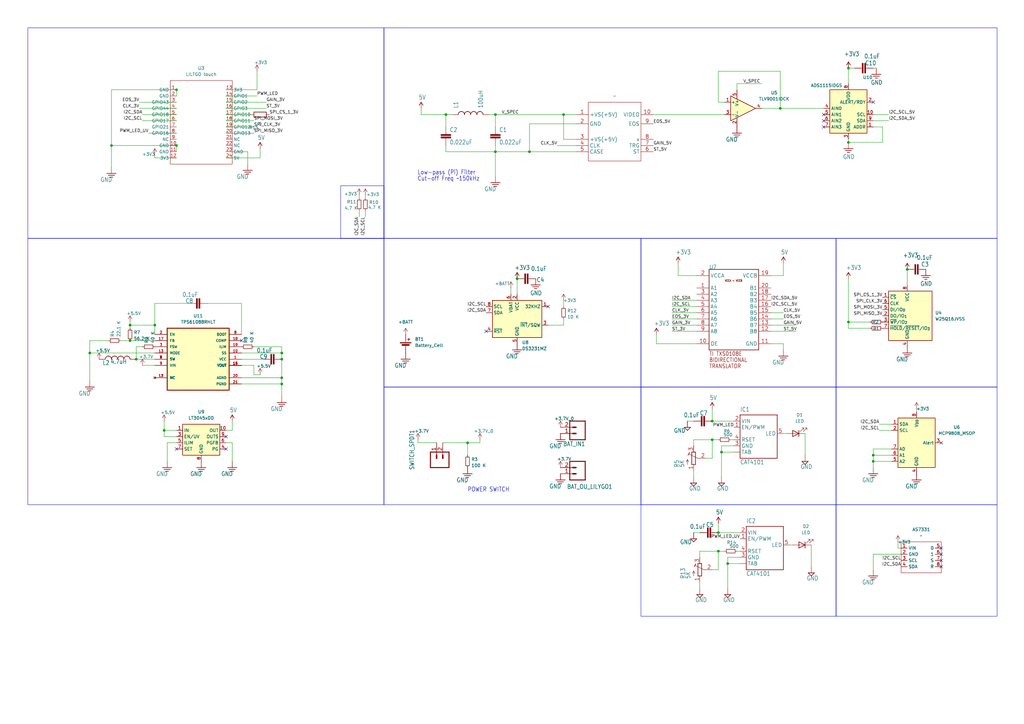
<source format=kicad_sch>
(kicad_sch (version 20250114) (generator "eeschema") (generator_version "9.0")
  (paper "A3")
  (rectangle (start 342.9 158.75) (end 408.94 207.01))
  (rectangle (start 262.89 97.79) (end 342.9 158.75))
  (rectangle (start 11.43 11.43) (end 157.48 97.79))
  (rectangle (start 342.9 207.01) (end 408.94 252.73))
  (rectangle (start 139.7 76.2) (end 157.48 97.79))
  (rectangle (start 262.89 158.75) (end 342.9 207.01))
  (rectangle (start 157.48 97.79) (end 262.89 158.75))
  (rectangle (start 157.48 11.43) (end 408.94 97.79))
  (rectangle (start 11.43 97.79) (end 157.48 207.01))
  (rectangle (start 342.9 97.79) (end 408.94 158.75))
  (rectangle (start 262.89 207.01) (end 342.9 252.73))
  (text "Low-pass (Pi) Filter" (at 171.196 71.882 0) (effects (font (size 1.778 1.5113)) (justify left bottom)))
  (text "POWER SWITCH" (at 191.77 201.93 0) (effects (font (size 1.778 1.5113)) (justify left bottom)))
  (text "Cut-off Freq ~150kHz" (at 171.196 74.422 0) (effects (font (size 1.778 1.5113)) (justify left bottom)))
  (junction (at 231.14 46.99))
  (junction (at 67.31 176.53))
  (junction (at 358.14 186.69))
  (junction (at 294.64 218.44))
  (junction (at 115.57 157.48))
  (junction (at 212.09 114.3))
  (junction (at 203.2 62.23))
  (junction (at 55.88 147.32))
  (junction (at 292.1 180.34))
  (junction (at 347.98 27.94))
  (junction (at 298.45 231.14))
  (junction (at 115.57 154.94))
  (junction (at 295.91 185.42))
  (junction (at 372.11 110.49))
  (junction (at 182.88 46.99))
  (junction (at 115.57 147.32))
  (junction (at 203.2 46.99))
  (junction (at 115.57 144.78))
  (junction (at 292.1 172.72))
  (junction (at 217.17 62.23))
  (junction (at 358.14 189.23))
  (junction (at 53.34 139.7))
  (junction (at 294.64 226.06))
  (junction (at 191.77 181.61))
  (junction (at 45.72 59.69))
  (junction (at 63.5 133.35))
  (junction (at 72.39 59.69))
  (junction (at 347.98 132.08))
  (junction (at 53.34 133.35))
  (junction (at 347.98 58.42))
  (junction (at 36.83 144.78))
  (junction (at 320.04 44.45))
  (junction (at 72.39 36.83))
  (no_connect (at 386.08 229.87))
  (no_connect (at 337.82 49.53))
  (no_connect (at 358.14 41.91))
  (no_connect (at 199.39 135.89))
  (no_connect (at 92.71 179.07))
  (no_connect (at 386.08 232.41))
  (no_connect (at 72.39 184.15))
  (no_connect (at 224.79 125.73))
  (no_connect (at 337.82 46.99))
  (no_connect (at 337.82 52.07))
  (no_connect (at 386.08 224.79))
  (no_connect (at 99.06 139.7))
  (no_connect (at 92.71 184.15))
  (no_connect (at 386.08 227.33))
  (no_connect (at 386.08 181.61))
  (wire (pts (xy 115.57 144.78) (xy 115.57 147.32)))
  (wire (pts (xy 368.3 222.25) (xy 368.3 224.79)))
  (wire (pts (xy 347.98 114.3) (xy 347.98 132.08)))
  (wire (pts (xy 284.48 195.58) (xy 284.48 193.04)) (stroke (width 0.1524)))
  (wire (pts (xy 321.31 140.97) (xy 321.31 143.51)) (stroke (width 0.1524)))
  (wire (pts (xy 203.2 52.07) (xy 203.2 46.99)) (stroke (width 0.1524)))
  (wire (pts (xy 212.09 114.3) (xy 212.09 120.65)))
  (wire (pts (xy 294.64 29.21) (xy 294.64 41.91)) (stroke (width 0.1524)))
  (wire (pts (xy 58.42 149.86) (xy 63.5 149.86)))
  (wire (pts (xy 316.23 140.97) (xy 321.31 140.97)) (stroke (width 0.1524)))
  (wire (pts (xy 72.39 179.07) (xy 67.31 179.07)))
  (wire (pts (xy 269.24 137.16) (xy 269.24 140.97)) (stroke (width 0.1524)))
  (wire (pts (xy 172.72 46.99) (xy 172.72 44.45)) (stroke (width 0.1524)))
  (wire (pts (xy 294.64 218.44) (xy 303.53 218.44)))
  (wire (pts (xy 364.49 49.53) (xy 358.14 49.53)))
  (wire (pts (xy 99.06 157.48) (xy 115.57 157.48)))
  (wire (pts (xy 45.72 59.69) (xy 72.39 59.69)))
  (wire (pts (xy 99.06 124.46) (xy 99.06 137.16)))
  (wire (pts (xy 284.48 180.34) (xy 292.1 180.34)) (stroke (width 0.1524)))
  (wire (pts (xy 287.02 226.06) (xy 294.64 226.06)) (stroke (width 0.1524)))
  (wire (pts (xy 203.2 62.23) (xy 182.88 62.23)) (stroke (width 0.1524)))
  (wire (pts (xy 303.53 228.6) (xy 298.45 228.6)) (stroke (width 0.1524)))
  (wire (pts (xy 347.98 132.08) (xy 356.87 132.08)))
  (wire (pts (xy 358.14 189.23) (xy 365.76 189.23)))
  (wire (pts (xy 106.68 64.77) (xy 106.68 60.96)))
  (wire (pts (xy 102.87 46.99) (xy 92.71 46.99)))
  (wire (pts (xy 360.68 173.99) (xy 365.76 173.99)))
  (wire (pts (xy 191.77 181.61) (xy 196.85 181.61)) (stroke (width 0.1524)))
  (wire (pts (xy 53.34 132.08) (xy 53.34 133.35)))
  (wire (pts (xy 292.1 172.72) (xy 300.99 172.72)))
  (wire (pts (xy 347.98 27.94) (xy 347.98 34.29)))
  (wire (pts (xy 292.1 187.96) (xy 292.1 180.34)) (stroke (width 0.1524)))
  (wire (pts (xy 332.74 232.41) (xy 332.74 223.52)))
  (wire (pts (xy 53.34 133.35) (xy 53.34 134.62)))
  (wire (pts (xy 347.98 58.42) (xy 347.98 57.15)))
  (wire (pts (xy 92.71 64.77) (xy 106.68 64.77)))
  (wire (pts (xy 45.72 68.58) (xy 45.72 59.69)))
  (wire (pts (xy 320.04 44.45) (xy 337.82 44.45)) (stroke (width 0.1524)))
  (wire (pts (xy 95.25 181.61) (xy 95.25 189.23)))
  (wire (pts (xy 53.34 139.7) (xy 63.5 139.7)))
  (wire (pts (xy 316.23 133.35) (xy 326.39 133.35)) (stroke (width 0.1524)))
  (wire (pts (xy 294.64 41.91) (xy 297.18 41.91)) (stroke (width 0.1524)))
  (wire (pts (xy 115.57 154.94) (xy 115.57 157.48)))
  (wire (pts (xy 275.59 125.73) (xy 285.75 125.73)))
  (wire (pts (xy 189.23 181.61) (xy 191.77 181.61)) (stroke (width 0.1524)))
  (wire (pts (xy 104.14 49.53) (xy 92.71 49.53)))
  (wire (pts (xy 298.45 231.14) (xy 298.45 241.3)) (stroke (width 0.1524)))
  (wire (pts (xy 95.25 176.53) (xy 92.71 176.53)))
  (wire (pts (xy 321.31 130.81) (xy 316.23 130.81)))
  (wire (pts (xy 302.26 226.06) (xy 303.53 226.06)) (stroke (width 0.1524)))
  (wire (pts (xy 294.64 214.63) (xy 294.64 218.44)))
  (wire (pts (xy 278.13 107.95) (xy 278.13 113.03)))
  (wire (pts (xy 115.57 162.56) (xy 115.57 157.48)))
  (wire (pts (xy 303.53 231.14) (xy 298.45 231.14)) (stroke (width 0.1524)))
  (wire (pts (xy 72.39 36.83) (xy 72.39 39.37)))
  (wire (pts (xy 67.31 179.07) (xy 67.31 176.53)))
  (wire (pts (xy 312.42 44.45) (xy 320.04 44.45)) (stroke (width 0.1524)))
  (wire (pts (xy 358.14 227.33) (xy 369.57 227.33)))
  (wire (pts (xy 358.14 52.07) (xy 361.95 52.07)))
  (wire (pts (xy 182.88 52.07) (xy 182.88 46.99)) (stroke (width 0.1524)))
  (wire (pts (xy 68.58 181.61) (xy 72.39 181.61)))
  (wire (pts (xy 55.88 147.32) (xy 63.5 147.32)))
  (wire (pts (xy 171.45 181.61) (xy 171.45 180.34)))
  (polyline (pts (xy 262.89 158.75) (xy 157.48 158.75)) (stroke (width 0.1524) (type solid)))
  (wire (pts (xy 181.61 181.61) (xy 189.23 181.61)))
  (wire (pts (xy 99.06 147.32) (xy 107.95 147.32)))
  (wire (pts (xy 287.02 241.3) (xy 287.02 238.76)) (stroke (width 0.1524)))
  (wire (pts (xy 292.1 180.34) (xy 294.64 180.34)))
  (wire (pts (xy 287.02 228.6) (xy 287.02 226.06)) (stroke (width 0.1524)))
  (wire (pts (xy 321.31 177.8) (xy 322.58 177.8)))
  (wire (pts (xy 236.22 57.15) (xy 231.14 57.15)))
  (wire (pts (xy 72.39 59.69) (xy 72.39 62.23)))
  (wire (pts (xy 302.26 36.83) (xy 302.26 34.29)) (stroke (width 0.1524)))
  (wire (pts (xy 267.97 46.99) (xy 297.18 46.99)))
  (wire (pts (xy 67.31 176.53) (xy 72.39 176.53)))
  (wire (pts (xy 365.76 186.69) (xy 358.14 186.69)))
  (wire (pts (xy 104.14 142.24) (xy 115.57 142.24)))
  (wire (pts (xy 203.2 46.99) (xy 231.14 46.99)) (stroke (width 0.1524)))
  (wire (pts (xy 358.14 27.94) (xy 359.41 27.94)))
  (wire (pts (xy 101.6 67.31) (xy 101.6 62.23)))
  (wire (pts (xy 347.98 134.62) (xy 347.98 132.08)))
  (wire (pts (xy 191.77 181.61) (xy 191.77 186.69)))
  (wire (pts (xy 179.07 181.61) (xy 171.45 181.61)))
  (wire (pts (xy 58.42 142.24) (xy 55.88 142.24)))
  (wire (pts (xy 68.58 189.23) (xy 68.58 181.61)))
  (wire (pts (xy 294.64 226.06) (xy 297.18 226.06)))
  (wire (pts (xy 372.11 110.49) (xy 372.11 116.84)))
  (wire (pts (xy 285.75 135.89) (xy 275.59 135.89)) (stroke (width 0.1524)))
  (wire (pts (xy 365.76 184.15) (xy 358.14 184.15)))
  (wire (pts (xy 350.52 27.94) (xy 347.98 27.94)))
  (wire (pts (xy 364.49 46.99) (xy 358.14 46.99)))
  (wire (pts (xy 321.31 128.27) (xy 316.23 128.27)))
  (wire (pts (xy 358.14 233.68) (xy 358.14 227.33)))
  (wire (pts (xy 85.09 124.46) (xy 99.06 124.46)))
  (wire (pts (xy 55.88 142.24) (xy 55.88 147.32)))
  (wire (pts (xy 295.91 182.88) (xy 295.91 185.42)) (stroke (width 0.1524)))
  (wire (pts (xy 105.41 36.83) (xy 92.71 36.83)))
  (wire (pts (xy 115.57 154.94) (xy 99.06 154.94)))
  (wire (pts (xy 106.68 153.67) (xy 104.14 153.67)))
  (wire (pts (xy 358.14 184.15) (xy 358.14 186.69)))
  (wire (pts (xy 294.64 233.68) (xy 294.64 226.06)) (stroke (width 0.1524)))
  (wire (pts (xy 63.5 124.46) (xy 63.5 133.35)))
  (wire (pts (xy 182.88 46.99) (xy 172.72 46.99)) (stroke (width 0.1524)))
  (wire (pts (xy 182.88 59.69) (xy 182.88 62.23)) (stroke (width 0.1524)))
  (wire (pts (xy 36.83 139.7) (xy 44.45 139.7)))
  (wire (pts (xy 275.59 130.81) (xy 285.75 130.81)))
  (wire (pts (xy 58.42 49.53) (xy 72.39 49.53)))
  (wire (pts (xy 149.86 86.36) (xy 149.86 88.9)))
  (wire (pts (xy 316.23 135.89) (xy 326.39 135.89)) (stroke (width 0.1524)))
  (wire (pts (xy 92.71 181.61) (xy 95.25 181.61)))
  (wire (pts (xy 67.31 172.72) (xy 67.31 176.53)))
  (wire (pts (xy 36.83 156.21) (xy 36.83 144.78)))
  (wire (pts (xy 196.85 180.34) (xy 196.85 181.61)))
  (wire (pts (xy 149.86 80.01) (xy 149.86 81.28)))
  (wire (pts (xy 323.85 223.52) (xy 325.12 223.52)))
  (wire (pts (xy 72.39 36.83) (xy 45.72 36.83)))
  (wire (pts (xy 298.45 228.6) (xy 298.45 231.14)) (stroke (width 0.1524)))
  (wire (pts (xy 320.04 44.45) (xy 320.04 29.21)) (stroke (width 0.1524)))
  (wire (pts (xy 104.14 149.86) (xy 99.06 149.86)))
  (wire (pts (xy 57.15 41.91) (xy 72.39 41.91)))
  (wire (pts (xy 49.53 139.7) (xy 53.34 139.7)))
  (wire (pts (xy 231.14 130.81) (xy 231.14 133.35)))
  (wire (pts (xy 217.17 62.23) (xy 236.22 62.23)) (stroke (width 0.1524)))
  (wire (pts (xy 231.14 57.15) (xy 231.14 46.99)))
  (wire (pts (xy 115.57 147.32) (xy 115.57 154.94)))
  (wire (pts (xy 217.17 50.8) (xy 217.17 62.23)))
  (wire (pts (xy 368.3 224.79) (xy 369.57 224.79)))
  (wire (pts (xy 99.06 144.78) (xy 115.57 144.78)))
  (wire (pts (xy 105.41 29.21) (xy 105.41 36.83)))
  (wire (pts (xy 275.59 123.19) (xy 285.75 123.19)))
  (wire (pts (xy 104.14 153.67) (xy 104.14 149.86)))
  (wire (pts (xy 228.6 59.69) (xy 236.22 59.69)))
  (wire (pts (xy 292.1 167.64) (xy 292.1 172.72)))
  (wire (pts (xy 60.96 54.61) (xy 72.39 54.61)))
  (wire (pts (xy 63.5 64.77) (xy 72.39 64.77)))
  (wire (pts (xy 203.2 59.69) (xy 203.2 62.23)) (stroke (width 0.1524)))
  (wire (pts (xy 361.95 52.07) (xy 361.95 58.42)))
  (wire (pts (xy 316.23 113.03) (xy 321.31 113.03)) (stroke (width 0.1524)))
  (wire (pts (xy 77.47 124.46) (xy 63.5 124.46)))
  (wire (pts (xy 361.95 58.42) (xy 347.98 58.42)))
  (wire (pts (xy 320.04 29.21) (xy 294.64 29.21)) (stroke (width 0.1524)))
  (wire (pts (xy 278.13 113.03) (xy 285.75 113.03)))
  (wire (pts (xy 36.83 144.78) (xy 63.5 144.78)))
  (wire (pts (xy 95.25 172.72) (xy 95.25 176.53)))
  (wire (pts (xy 203.2 62.23) (xy 203.2 72.39)) (stroke (width 0.1524)))
  (wire (pts (xy 57.15 44.45) (xy 72.39 44.45)))
  (wire (pts (xy 284.48 218.44) (xy 287.02 218.44)) (stroke (width 0.1524)))
  (wire (pts (xy 358.14 186.69) (xy 358.14 189.23)))
  (wire (pts (xy 209.55 118.11) (xy 209.55 120.65)))
  (polyline (pts (xy 157.48 158.75) (xy 157.48 207.01)) (stroke (width 0.1524) (type solid)))
  (wire (pts (xy 224.79 133.35) (xy 231.14 133.35)))
  (wire (pts (xy 212.09 113.03) (xy 212.09 114.3)))
  (polyline (pts (xy 157.48 207.01) (xy 262.89 207.01)) (stroke (width 0.1524) (type solid)))
  (wire (pts (xy 299.72 180.34) (xy 300.99 180.34)) (stroke (width 0.1524)))
  (wire (pts (xy 203.2 62.23) (xy 217.17 62.23)) (stroke (width 0.1524)))
  (polyline (pts (xy 262.89 207.01) (xy 262.89 158.75)) (stroke (width 0.1524) (type solid)))
  (wire (pts (xy 231.14 123.19) (xy 231.14 125.73)))
  (wire (pts (xy 182.88 46.99) (xy 185.42 46.99)) (stroke (width 0.1524)))
  (wire (pts (xy 289.56 187.96) (xy 292.1 187.96)) (stroke (width 0.1524)))
  (wire (pts (xy 302.26 34.29) (xy 312.42 34.29)) (stroke (width 0.1524)))
  (wire (pts (xy 109.22 41.91) (xy 92.71 41.91)))
  (wire (pts (xy 63.5 63.5) (xy 63.5 64.77)))
  (wire (pts (xy 269.24 140.97) (xy 285.75 140.97)) (stroke (width 0.1524)))
  (wire (pts (xy 236.22 50.8) (xy 217.17 50.8)))
  (wire (pts (xy 104.14 52.07) (xy 92.71 52.07)))
  (wire (pts (xy 292.1 233.68) (xy 294.64 233.68)) (stroke (width 0.1524)))
  (wire (pts (xy 358.14 189.23) (xy 358.14 191.77)))
  (wire (pts (xy 295.91 185.42) (xy 295.91 195.58)) (stroke (width 0.1524)))
  (wire (pts (xy 200.66 46.99) (xy 203.2 46.99)) (stroke (width 0.1524)))
  (wire (pts (xy 231.14 46.99) (xy 236.22 46.99)) (stroke (width 0.1524)))
  (wire (pts (xy 321.31 113.03) (xy 321.31 107.95)) (stroke (width 0.1524)))
  (wire (pts (xy 147.32 80.01) (xy 147.32 81.28)))
  (wire (pts (xy 45.72 36.83) (xy 45.72 59.69)))
  (wire (pts (xy 300.99 182.88) (xy 295.91 182.88)) (stroke (width 0.1524)))
  (wire (pts (xy 105.41 39.37) (xy 92.71 39.37)))
  (wire (pts (xy 63.5 137.16) (xy 63.5 133.35)))
  (wire (pts (xy 281.94 172.72) (xy 284.48 172.72)) (stroke (width 0.1524)))
  (wire (pts (xy 58.42 46.99) (xy 72.39 46.99)))
  (wire (pts (xy 284.48 182.88) (xy 284.48 180.34)) (stroke (width 0.1524)))
  (wire (pts (xy 275.59 128.27) (xy 285.75 128.27)))
  (wire (pts (xy 115.57 142.24) (xy 115.57 144.78)))
  (wire (pts (xy 356.87 134.62) (xy 347.98 134.62)))
  (wire (pts (xy 360.68 176.53) (xy 365.76 176.53)))
  (wire (pts (xy 109.22 44.45) (xy 92.71 44.45)))
  (wire (pts (xy 36.83 144.78) (xy 36.83 139.7)))
  (wire (pts (xy 63.5 133.35) (xy 53.34 133.35)))
  (wire (pts (xy 147.32 86.36) (xy 147.32 88.9)))
  (wire (pts (xy 330.2 186.69) (xy 330.2 177.8)))
  (wire (pts (xy 101.6 62.23) (xy 92.71 62.23)))
  (wire (pts (xy 285.75 133.35) (xy 275.59 133.35)) (stroke (width 0.1524)))
  (wire (pts (xy 104.14 54.61) (xy 92.71 54.61)))
  (wire (pts (xy 375.92 167.64) (xy 375.92 168.91)))
  (wire (pts (xy 300.99 185.42) (xy 295.91 185.42)) (stroke (width 0.1524)))
  (label "I2C_SDA_5V" (at 316.23 123.19 0) (effects (font (size 1.2446 1.2446))))
  (label "V_SPEC" (at 304.8 34.29 0) (effects (font (size 1.2446 1.2446))))
  (label "I2C_SDA" (at 369.57 232.41 180))
  (label "I2C_SCL" (at 149.86 88.9 270))
  (label "ST_3V" (at 275.59 135.89 0) (effects (font (size 1.2446 1.2446))))
  (label "I2C_SDA" (at 58.42 46.99 180))
  (label "GAIN_3V" (at 109.22 41.91 0) (effects (font (size 1.2446 1.2446))))
  (label "SPI_CLK_3V" (at 104.14 52.07 0) (effects (font (size 1.2446 1.2446))))
  (label "CLK_5V" (at 228.6 59.69 180) (effects (font (size 1.2446 1.2446))))
  (label "EOS_3V" (at 57.15 41.91 180) (effects (font (size 1.2446 1.2446))))
  (label "I2C_SCL" (at 58.42 49.53 180))
  (label "GAIN_5V" (at 267.97 59.69 0) (effects (font (size 1.2446 1.2446))))
  (label "I2C_SCL" (at 275.59 125.73 0) (effects (font (size 1.2446 1.2446))))
  (label "GAIN_3V" (at 275.59 133.35 0) (effects (font (size 1.2446 1.2446))))
  (label "PWM_LED_UV" (at 60.96 54.61 180) (effects (font (size 1.2446 1.2446))))
  (label "ST_5V" (at 267.97 62.23 0) (effects (font (size 1.2446 1.2446))))
  (label "EOS_5V" (at 267.97 50.8 0) (effects (font (size 1.2446 1.2446))))
  (label "I2C_SCL" (at 199.39 125.73 180))
  (label "EOS_5V" (at 321.31 130.81 0) (effects (font (size 1.2446 1.2446))))
  (label "SPI_MISO_3V" (at 104.14 54.61 0) (effects (font (size 1.2446 1.2446))))
  (label "CLK_5V" (at 321.31 128.27 0) (effects (font (size 1.2446 1.2446))))
  (label "SPI_MISO_3V" (at 361.95 129.54 180) (effects (font (size 1.2446 1.2446))))
  (label "V_SPEC" (at 205.74 46.99 0) (effects (font (size 1.2446 1.2446))))
  (label "GAIN_5V" (at 321.31 133.35 0) (effects (font (size 1.2446 1.2446))))
  (label "SPI_CLK_3V" (at 361.95 124.46 180) (effects (font (size 1.2446 1.2446))))
  (label "I2C_SCL_5V" (at 316.23 125.73 0) (effects (font (size 1.2446 1.2446))))
  (label "SPI_CS_1_3V" (at 110.49 46.99 0) (effects (font (size 1.2446 1.2446))))
  (label "EOS_3V" (at 275.59 130.81 0) (effects (font (size 1.2446 1.2446))))
  (label "SPI_CS_1_3V" (at 361.95 121.92 180) (effects (font (size 1.2446 1.2446))))
  (label "I2C_SCL" (at 369.57 229.87 180))
  (label "I2C_SDA" (at 275.59 123.19 0) (effects (font (size 1.2446 1.2446))))
  (label "I2C_SCL_5V" (at 364.49 46.99 0) (effects (font (size 1.2446 1.2446))))
  (label "I2C_SDA_5V" (at 364.49 49.53 0) (effects (font (size 1.2446 1.2446))))
  (label "CLK_3V" (at 57.15 44.45 180) (effects (font (size 1.2446 1.2446))))
  (label "ST_3V" (at 109.22 44.45 0) (effects (font (size 1.2446 1.2446))))
  (label "I2C_SCL" (at 360.68 176.53 180))
  (label "PWM_LED" (at 105.41 39.37 0) (effects (font (size 1.2446 1.2446))))
  (label "PWM_LED_UV" (at 303.53 220.98 180) (effects (font (size 1.2446 1.2446))))
  (label "I2C_SDA" (at 360.68 173.99 180))
  (label "SPI_MOSI_3V" (at 104.14 49.53 0) (effects (font (size 1.2446 1.2446))))
  (label "SPI_MOSI_3V" (at 361.95 127 180) (effects (font (size 1.2446 1.2446))))
  (label "PWM_LED" (at 300.99 175.26 180) (effects (font (size 1.2446 1.2446))))
  (label "I2C_SDA" (at 199.39 128.27 180))
  (label "ST_5V" (at 321.31 135.89 0) (effects (font (size 1.2446 1.2446))))
  (label "I2C_SDA" (at 147.32 88.9 270))
  (label "CLK_3V" (at 275.59 128.27 0) (effects (font (size 1.2446 1.2446))))
  (symbol (lib_id "motherboard_rev0-eagle-import:M02-JST-2MM-SMT") (at 181.61 189.23 90) (unit 1)
    (property "Reference" "SWITCH_SPDT1" (at 169.926 192.786 0) (effects (font (size 1.778 1.5113)) (justify left bottom)))
    (property "Value" "M02-JST-2MM-SMT" (effects (hide yes)))
    (property "Footprint" "Connector_JST:JST_EH_S2B-EH_1x02_P2.50mm_Horizontal" (effects (hide yes)))
    (property "Datasheet" "https://www.jst.fr/doc/jst/pdf/jst-connector-catalogue-vol-120e.pdf" (effects (hide yes)))
    (property "Supplier" "tinytronics" (effects (hide yes)))
    (property "MP" "000561" (effects (hide yes)))
  )
  (symbol (lib_id "power:+3.3V") (at 171.45 180.34 0) (unit 1)
    (property "Reference" "#PWR010" (effects (hide yes)))
    (property "Value" "+3.7V" (at 172.974 176.784 0))
  )
  (symbol (lib_id "sensorboard_spectrometer_rev0-eagle-import:notes_mark5_CAP0603") (at 217.17 114.3 90) (unit 1)
    (property "Reference" "C4" (at 223.266 113.792 90) (effects (font (size 1.778 1.5113)) (justify left bottom)))
    (property "Value" "0.1uF" (at 224.282 109.22 90) (effects (font (size 1.778 1.5113)) (justify left bottom)))
    (property "Footprint" "Capacitor_SMD:C_0603_1608Metric" (effects (hide yes)))
    (property "Datasheet" "https://www.yageogroup.com/content/datasheet/asset/file/KEM_C1002_X7R_SMD" (effects (hide yes)))
    (property "MP" "C0603C104K3RACTU" (effects (hide yes)))
    (property "Supplier" "digikey" (effects (hide yes)))
  )
  (symbol (lib_id "Device:R_Small") (at 359.41 132.08 90) (unit 1)
    (property "Reference" "R2" (at 360.426 132.08 90) (effects (justify left)))
    (property "Value" "10 K" (effects (hide yes)))
    (property "Footprint" "Resistor_SMD:R_0603_1608Metric" (effects (hide yes)))
    (property "Datasheet" "https://www.vishay.com/docs/60018/eh.pdf" (effects (hide yes)))
    (property "LCSC" "C25804" (effects (hide yes)))
    (property "MP" "M55342E12B10B0RT5" (effects (hide yes)))
    (property "Supplier" "digikey" (effects (hide yes)))
  )
  (symbol (lib_id "Memory_Flash:W25Q16JVSS") (at 372.11 129.54 0) (unit 1)
    (property "Reference" "U4" (at 383.54 128.2699 0) (effects (justify left)))
    (property "Value" "W25Q16JVSS" (at 383.54 130.8099 0) (effects (justify left)))
    (property "Footprint" "Package_SO:SOIC-8_5.3x5.3mm_P1.27mm" (effects (hide yes)))
    (property "Datasheet" "https://www.winbond.com/resource-files/w25q16jv%20spi%20revg%2003222018%20plus.pdf" (effects (hide yes)))
    (property "Description" "16Mbit / 2MiB Serial Flash Memory, Standard/Dual/Quad SPI, 2.7-3.6V, SOIC-8 (208 mil)" (effects (hide yes)))
    (property "Supplier" "digikey" (effects (hide yes)))
    (property "MP" "W25Q16JVSSIQ" (effects (hide yes)))
  )
  (symbol (lib_id "sensorboard_spectrometer_rev0-eagle-import:notes_mark5_GND") (at 375.92 196.85 0) (unit 1)
    (property "Reference" "#GND014" (effects (hide yes)))
    (property "Value" "GND" (at 371.348 200.406 0) (effects (font (size 1.778 1.5113)) (justify left bottom)))
  )
  (symbol (lib_id "sensorboard_spectrometer_rev0-eagle-import:INDUCTOR0805") (at 48.26 147.32 90) (unit 1)
    (property "Reference" "L2" (at 44.958 147.828 90) (effects (font (size 1.778 1.5113)) (justify left bottom)))
    (property "Value" "4.7uH" (at 52.07 147.32 90) (effects (font (size 1.778 1.5113)) (justify left bottom)))
    (property "Footprint" "Inductor_SMD:L_0603_1608Metric" (effects (hide yes)))
    (property "Datasheet" "https://search.murata.co.jp/Ceramy/image/img/P02/JELF243A-0111.pdf" (effects (hide yes)))
    (property "MP" "LQW18AS4N7G00D" (effects (hide yes)))
    (property "Supplier" "digikey" (effects (hide yes)))
  )
  (symbol (lib_id "Device:Battery_Cell") (at 166.37 142.24 0) (unit 1)
    (property "Reference" "BT1" (at 170.18 139.1284 0) (effects (justify left)))
    (property "Value" "Battery_Cell" (at 170.18 141.6684 0) (effects (justify left)))
    (property "Footprint" "Battery:BatteryHolder_MYOUNG_BS-07-A1BJ001_CR2032" (effects (hide yes)))
    (property "Datasheet" "https://www.mouser.be/datasheet/3/201/1/1058.PDF" (effects (hide yes)))
    (property "Description" "Single-cell battery" (effects (hide yes)))
    (property "Supplier" "tinytronics" (effects (hide yes)))
    (property "MP" "001203" (effects (hide yes)))
  )
  (symbol (lib_id "F9ZYROSHVXBZZL3-eagle-import:GND") (at 332.74 234.95 0) (unit 1)
    (property "Reference" "#SUPPLY08" (effects (hide yes)))
    (property "Value" "GND" (at 330.835 238.125 0) (effects (font (size 1.778 1.5113)) (justify left bottom)))
  )
  (symbol (lib_id "sensorboard_spectrometer_rev0-eagle-import:5V") (at 106.68 60.96 0) (unit 1)
    (property "Reference" "#U$01" (effects (hide yes)))
    (property "Value" "5V" (at 105.664 57.404 0) (effects (font (size 1.778 1.5113)) (justify left bottom)))
  )
  (symbol (lib_id "sensorboard_spectrometer_rev0-eagle-import:3.3V") (at 347.98 27.94 0) (unit 1)
    (property "Reference" "#P+03" (effects (hide yes)))
    (property "Value" "+3V3" (at 346.202 23.114 0) (effects (font (size 1.778 1.5113)) (justify left bottom)))
  )
  (symbol (lib_id "power:+3.3V") (at 106.68 153.67 0) (unit 1)
    (property "Reference" "#PWR013" (effects (hide yes)))
    (property "Value" "+5.5V" (at 108.204 150.114 0))
  )
  (symbol (lib_id "sensoress:AS7331") (at 373.38 227.33 0) (unit 1) (in_bom no)
    (property "Reference" "AS7331" (at 377.825 217.17 0))
    (property "Value" "~" (at 377.825 219.71 0))
    (property "Footprint" "mioss:as7331_SMD" (effects (hide yes)))
  )
  (symbol (lib_id "power:+3.3V") (at 67.31 172.72 0) (unit 1)
    (property "Reference" "#PWR018" (effects (hide yes)))
    (property "Value" "+5.5V" (at 68.834 169.164 0))
  )
  (symbol (lib_id "sensorboard_spectrometer_rev0-eagle-import:5V") (at 95.25 172.72 0) (unit 1)
    (property "Reference" "#U$03" (effects (hide yes)))
    (property "Value" "5V" (at 94.234 169.164 0) (effects (font (size 1.778 1.5113)) (justify left bottom)))
  )
  (symbol (lib_id "sensorboard_spectrometer_rev0-eagle-import:notes_mark5_CAP0603") (at 287.02 172.72 270) (unit 1)
    (property "Reference" "C7" (at 287.02 170.434 90) (effects (font (size 1.778 1.5113)) (justify left bottom)))
    (property "Value" "0.1uF" (at 280.416 171.196 90) (effects (font (size 1.778 1.5113)) (justify left bottom)))
    (property "Footprint" "Capacitor_SMD:C_0603_1608Metric" (effects (hide yes)))
    (property "Datasheet" "https://www.yageogroup.com/content/datasheet/asset/file/KEM_C1002_X7R_SMD" (effects (hide yes)))
    (property "MP" "C0603C104K3RACTU" (effects (hide yes)))
    (property "Supplier" "digikey" (effects (hide yes)))
  )
  (symbol (lib_id "power:+3.3V") (at 196.85 180.34 0) (unit 1)
    (property "Reference" "#PWR09" (effects (hide yes)))
    (property "Value" "+3.7V_0" (at 198.374 176.784 0))
  )
  (symbol (lib_id "sensorboard_spectrometer_rev0-eagle-import:GND") (at 359.41 30.48 0) (unit 1)
    (property "Reference" "#GND021" (effects (hide yes)))
    (property "Value" "GND" (at 357.124 34.798 0) (effects (font (size 1.778 1.5113)) (justify left bottom)))
  )
  (symbol (lib_id "power:+3.3V") (at 147.32 80.01 0) (unit 1)
    (property "Reference" "#PWR020" (effects (hide yes)))
    (property "Value" "+3V3" (at 143.764 79.502 0))
  )
  (symbol (lib_id "sensorboard_spectrometer_rev0-eagle-import:GND") (at 321.31 146.05 0) (unit 1)
    (property "Reference" "#GND11" (effects (hide yes)))
    (property "Value" "GND" (at 316.738 149.606 0) (effects (font (size 1.778 1.5113)) (justify left bottom)))
  )
  (symbol (lib_id "F9ZYROSHVXBZZL3-eagle-import:GND") (at 287.02 243.84 0) (unit 1)
    (property "Reference" "#SUPPLY06" (effects (hide yes)))
    (property "Value" "GND" (at 285.115 247.015 0) (effects (font (size 1.778 1.5113)) (justify left bottom)))
  )
  (symbol (lib_id "Timer_RTC:DS3231MZ") (at 212.09 130.81 0) (unit 1)
    (property "Reference" "U8" (at 214.1094 140.4604 0) (effects (justify left)))
    (property "Value" "DS3231MZ" (at 214.1094 142.9973 0) (effects (justify left)))
    (property "Footprint" "Package_SO:SOIC-8_3.9x4.9mm_P1.27mm" (effects (hide yes)))
    (property "Datasheet" "http://datasheets.maximintegrated.com/en/ds/DS3231M.pdf" (effects (hide yes)))
    (property "LCSC" "C107410" (effects (hide yes)))
    (property "MP" "DS3231MZ+" (effects (hide yes)))
    (property "Supplier" "digikey" (effects (hide yes)))
  )
  (symbol (lib_id "sensorboard_spectrometer_rev0-eagle-import:notes_mark5_CAP0603") (at 377.19 110.49 90) (unit 1)
    (property "Reference" "C3" (at 381 107.442 90) (effects (font (size 1.778 1.5113)) (justify left bottom)))
    (property "Value" "0.1uF" (at 382.524 104.648 90) (effects (font (size 1.778 1.5113)) (justify left bottom)))
    (property "Footprint" "Capacitor_SMD:C_0603_1608Metric" (effects (hide yes)))
    (property "Datasheet" "https://www.yageogroup.com/content/datasheet/asset/file/KEM_C1002_X7R_SMD" (effects (hide yes)))
    (property "MP" "C0603C104K3RACTU" (effects (hide yes)))
    (property "Supplier" "digikey" (effects (hide yes)))
  )
  (symbol (lib_id "sensorboard_spectrometer_rev0-eagle-import:GND") (at 219.71 116.84 0) (unit 1)
    (property "Reference" "#GND013" (effects (hide yes)))
    (property "Value" "GND" (at 217.424 121.158 0) (effects (font (size 1.778 1.5113)) (justify left bottom)))
  )
  (symbol (lib_id "sensorboard_spectrometer_rev0-eagle-import:notes_mark5_GND") (at 45.72 71.12 0) (unit 1)
    (property "Reference" "#GND04" (effects (hide yes)))
    (property "Value" "GND" (at 41.148 74.676 0) (effects (font (size 1.778 1.5113)) (justify left bottom)))
  )
  (symbol (lib_id "sensorboard_spectrometer_rev0-eagle-import:3.3V") (at 278.13 107.95 0) (unit 1)
    (property "Reference" "#P+7" (effects (hide yes)))
    (property "Value" "+3V3" (at 277.114 104.394 0) (effects (font (size 1.778 1.5113)) (justify left bottom)))
  )
  (symbol (lib_id "power:+BATT") (at 209.55 118.11 0) (unit 1)
    (property "Reference" "#PWR04" (effects (hide yes)))
    (property "Value" "+BATT" (at 205.994 116.332 0))
    (property "Description" "Power symbol creates a global label with name \"+BATT\"" (effects (hide yes)))
  )
  (symbol (lib_id "sensorboard_spectrometer_rev0-eagle-import:GND") (at 347.98 60.96 0) (unit 1)
    (property "Reference" "#GND022" (effects (hide yes)))
    (property "Value" "GND" (at 345.694 65.278 0) (effects (font (size 1.778 1.5113)) (justify left bottom)))
  )
  (symbol (lib_id "Sensor_Temperature:MCP9808_MSOP") (at 375.92 181.61 0) (unit 1)
    (property "Reference" "U6" (at 392.43 175.1898 0))
    (property "Value" "MCP9808_MSOP" (at 392.43 177.7298 0))
    (property "Footprint" "Package_SO:MSOP-8_3x3mm_P0.65mm" (effects (hide yes)))
    (property "Datasheet" "http://ww1.microchip.com/downloads/en/DeviceDoc/22203b.pdf" (effects (hide yes)))
    (property "Description" "±0.25°C (±0.5°C) Typical (Maximum), Digital Temperature Sensor, MSOP-8" (effects (hide yes)))
    (property "MP" "MCP9808_MSOP" (effects (hide yes)))
    (property "Supplier" "digikey" (effects (hide yes)))
  )
  (symbol (lib_id "motherboard_rev0-eagle-import:M02-JST-2MM-SMT") (at 237.49 175.26 180) (unit 1)
    (property "Reference" "BAT_IN1" (at 240.03 181.102 0) (effects (font (size 1.778 1.5113)) (justify left bottom)))
    (property "Value" "M02-JST-2MM-SMT" (effects (hide yes)))
    (property "Footprint" "Connector_JST:JST_EH_S2B-EH_1x02_P2.50mm_Horizontal" (effects (hide yes)))
    (property "Datasheet" "https://www.jst.fr/doc/jst/pdf/jst-connector-catalogue-vol-120e.pdf" (effects (hide yes)))
    (property "Supplier" "tinytronics" (effects (hide yes)))
    (property "MP" "000561" (effects (hide yes)))
  )
  (symbol (lib_id "sensorboard_spectrometer_rev0-eagle-import:notes_mark5_GND") (at 101.6 69.85 0) (unit 1)
    (property "Reference" "#GND01" (effects (hide yes)))
    (property "Value" "GND" (at 97.028 73.406 0) (effects (font (size 1.778 1.5113)) (justify left bottom)))
  )
  (symbol (lib_id "sensorboard_spectrometer_rev0-eagle-import:notes_mark5_CAP0603") (at 355.6 27.94 90) (unit 1)
    (property "Reference" "C10" (at 359.41 24.892 90) (effects (font (size 1.778 1.5113)) (justify left bottom)))
    (property "Value" "0.1uF" (at 360.934 22.098 90) (effects (font (size 1.778 1.5113)) (justify left bottom)))
    (property "Footprint" "Capacitor_SMD:C_0603_1608Metric" (effects (hide yes)))
    (property "Datasheet" "https://www.yageogroup.com/content/datasheet/asset/file/KEM_C1002_X7R_SMD" (effects (hide yes)))
    (property "MP" "C0603C104K3RACTU" (effects (hide yes)))
    (property "Supplier" "digikey" (effects (hide yes)))
  )
  (symbol (lib_id "power:+BATT") (at 166.37 137.16 0) (unit 1)
    (property "Reference" "#PWR03" (effects (hide yes)))
    (property "Value" "+BATT" (at 166.37 132.08 0))
    (property "Description" "Power symbol creates a global label with name \"+BATT\"" (effects (hide yes)))
  )
  (symbol (lib_id "F9ZYROSHVXBZZL3-eagle-import:GND") (at 330.2 189.23 0) (unit 1)
    (property "Reference" "#SUPPLY05" (effects (hide yes)))
    (property "Value" "GND" (at 328.295 192.405 0) (effects (font (size 1.778 1.5113)) (justify left bottom)))
  )
  (symbol (lib_id "power:+3.3V") (at 53.34 132.08 0) (unit 1)
    (property "Reference" "#PWR017" (effects (hide yes)))
    (property "Value" "+5.5V" (at 54.864 128.524 0))
  )
  (symbol (lib_id "sensorboard_spectrometer_rev0-eagle-import:GND") (at 379.73 113.03 0) (unit 1)
    (property "Reference" "#GND09" (effects (hide yes)))
    (property "Value" "GND" (at 377.444 117.348 0) (effects (font (size 1.778 1.5113)) (justify left bottom)))
  )
  (symbol (lib_id "F9ZYROSHVXBZZL3-eagle-import:GND") (at 298.45 243.84 0) (unit 1)
    (property "Reference" "#SUPPLY07" (effects (hide yes)))
    (property "Value" "GND" (at 296.545 247.015 0) (effects (font (size 1.778 1.5113)) (justify left bottom)))
  )
  (symbol (lib_id "sensorboard_spectrometer_rev0-eagle-import:notes_mark5_GND") (at 203.2 74.93 0) (unit 1)
    (property "Reference" "#GND2" (effects (hide yes)))
    (property "Value" "GND" (at 198.628 78.486 0) (effects (font (size 1.778 1.5113)) (justify left bottom)))
  )
  (symbol (lib_id "sensorboard_spectrometer_rev0-eagle-import:notes_mark5_GND") (at 302.26 54.61 0) (unit 1)
    (property "Reference" "#GND3" (effects (hide yes)))
    (property "Value" "GND" (at 297.688 58.166 0) (effects (font (size 1.778 1.5113)) (justify left bottom)))
  )
  (symbol (lib_id "sensorboard_spectrometer_rev0-eagle-import:notes_mark5_CAP0603") (at 113.03 147.32 90) (unit 1)
    (property "Reference" "C9" (at 109.728 145.288 90) (effects (font (size 1.778 1.5113)) (justify left bottom)))
    (property "Value" "0.1uF" (at 111.76 142.748 90) (effects (font (size 1.778 1.5113)) (justify left bottom)))
    (property "Footprint" "Capacitor_SMD:C_0603_1608Metric" (effects (hide yes)))
    (property "Datasheet" "https://www.yageogroup.com/content/datasheet/asset/file/KEM_C1002_X7R_SMD" (effects (hide yes)))
    (property "MP" "C0603C104K3RACTU" (effects (hide yes)))
    (property "Supplier" "digikey" (effects (hide yes)))
  )
  (symbol (lib_id "sensorboard_spectrometer_rev0-eagle-import:notes_mark5_GND") (at 358.14 236.22 0) (unit 1)
    (property "Reference" "#GND05" (effects (hide yes)))
    (property "Value" "GND" (at 353.568 239.776 0) (effects (font (size 1.778 1.5113)) (justify left bottom)))
  )
  (symbol (lib_id "power:+3.3V") (at 58.42 149.86 0) (unit 1)
    (property "Reference" "#PWR012" (effects (hide yes)))
    (property "Value" "+3.7V" (at 59.944 146.304 0))
  )
  (symbol (lib_id "sensoress:C12880MA") (at 247.65 53.34 0) (unit 1) (in_bom no)
    (property "Reference" "U2" (effects (hide yes)))
    (property "Value" "~" (at 252.095 39.37 0))
    (property "Footprint" "mioss:C12880MA_SMD" (effects (hide yes)))
  )
  (symbol (lib_id "Device:R_Small") (at 299.72 226.06 90) (unit 1)
    (property "Reference" "R14" (at 302.006 222.504 90) (effects (justify left)))
    (property "Value" "500" (at 303.022 224.028 90) (effects (justify left)))
    (property "Footprint" "Resistor_SMD:R_0603_1608Metric" (effects (hide yes)))
    (property "Datasheet" "https://www.vishay.com/docs/31010/rcwpm.pdf" (effects (hide yes)))
    (property "LCSC" "C25804" (effects (hide yes)))
    (property "MP" "M55342K12B590DRS2" (effects (hide yes)))
    (property "Supplier" "digikey" (effects (hide yes)))
  )
  (symbol (lib_id "sensorboard_spectrometer_rev0-eagle-import:5V") (at 292.1 167.64 0) (unit 1)
    (property "Reference" "#U$02" (effects (hide yes)))
    (property "Value" "5V" (at 291.084 164.084 0) (effects (font (size 1.778 1.5113)) (justify left bottom)))
  )
  (symbol (lib_id "sensorboard_spectrometer_rev0-eagle-import:notes_mark5_GND") (at 82.55 191.77 0) (unit 1)
    (property "Reference" "#GND019" (effects (hide yes)))
    (property "Value" "GND" (at 77.978 195.326 0) (effects (font (size 1.778 1.5113)) (justify left bottom)))
  )
  (symbol (lib_id "power:+3.3V") (at 229.87 191.77 0) (unit 1)
    (property "Reference" "#PWR08" (effects (hide yes)))
    (property "Value" "+3.7V" (at 231.394 188.214 0))
  )
  (symbol (lib_id "micross:lilugo-touch_1.9{dblquote}") (at 85.09 49.53 0) (unit 1)
    (property "Reference" "U3" (at 82.55 27.94 0))
    (property "Value" "LILTGO touch" (at 82.55 30.48 0))
    (property "Footprint" "micross:Untitled" (effects (hide yes)))
    (property "Datasheet" "https://github.com/Xinyuan-LilyGO/T-Display-S3" (effects (hide yes)))
    (property "Supplier" "tinytronics" (effects (hide yes)))
    (property "MP" "004807" (effects (hide yes)))
  )
  (symbol (lib_id "sensorboard_spectrometer_rev0-eagle-import:notes_mark5_GND") (at 229.87 196.85 0) (unit 1)
    (property "Reference" "#GND012" (effects (hide yes)))
    (property "Value" "GND" (at 225.298 200.406 0) (effects (font (size 1.778 1.5113)) (justify left bottom)))
  )
  (symbol (lib_id "sensorboard_spectrometer_rev0-eagle-import:notes_mark5_GND") (at 212.09 143.51 0) (unit 1)
    (property "Reference" "#GND06" (effects (hide yes)))
    (property "Value" "GND" (at 207.518 147.066 0) (effects (font (size 1.778 1.5113)) (justify left bottom)))
  )
  (symbol (lib_id "F9ZYROSHVXBZZL3-eagle-import:GND") (at 295.91 198.12 0) (unit 1)
    (property "Reference" "#SUPPLY2" (effects (hide yes)))
    (property "Value" "GND" (at 294.005 201.295 0) (effects (font (size 1.778 1.5113)) (justify left bottom)))
  )
  (symbol (lib_id "Device:R_Small") (at 147.32 83.82 0) (unit 1)
    (property "Reference" "R11" (at 142.24 82.804 0) (effects (justify left)))
    (property "Value" "4.7 K" (at 141.224 85.344 0) (effects (justify left)))
    (property "Footprint" "Resistor_SMD:R_0603_1608Metric" (effects (hide yes)))
    (property "Datasheet" "https://www.vishay.com/docs/31010/rcwpm.pdf" (effects (hide yes)))
    (property "LCSC" "C25804" (effects (hide yes)))
    (property "MP" "M55342K12B4E75RS2" (effects (hide yes)))
    (property "Supplier" "digikey" (effects (hide yes)))
  )
  (symbol (lib_id "Device:R_Small") (at 60.96 142.24 90) (unit 1)
    (property "Reference" "R9" (at 60.1253 140.7414 0) (effects (justify left)))
    (property "Value" "40 K" (at 62.6622 140.7414 0) (effects (justify left)))
    (property "Footprint" "Resistor_SMD:R_0603_1608Metric" (effects (hide yes)))
    (property "Datasheet" "https://www.vishay.com/docs/31010/rcwpm.pdf" (effects (hide yes)))
    (property "LCSC" "C25804" (effects (hide yes)))
    (property "MP" "M55342K12B39E2RS2" (effects (hide yes)))
    (property "Supplier" "digikey" (effects (hide yes)))
  )
  (symbol (lib_id "F9ZYROSHVXBZZL3-eagle-import:CAT4101") (at 313.69 223.52 0) (unit 1)
    (property "Reference" "IC2" (at 306.07 214.63 0) (effects (font (size 1.778 1.5113)) (justify left bottom)))
    (property "Value" "CAT4101" (at 306.07 236.22 0) (effects (font (size 1.778 1.5113)) (justify left bottom)))
    (property "Footprint" "Package_TO_SOT_SMD:TO-263-5_TabPin6" (effects (hide yes)))
    (property "Datasheet" "https://www.alldatasheet.es/datasheet-pdf/pdf/352063/ONSEMI/CAT4101.html" (effects (hide yes)))
    (property "Supplier" "farnell" (effects (hide yes)))
    (property "MP" "CAT4104V-GT3" (effects (hide yes)))
  )
  (symbol (lib_id "Device:R") (at 106.68 46.99 270) (unit 1)
    (property "Reference" "R15" (at 104.14 52.324 90))
    (property "Value" "0" (at 106.68 50.8 90))
    (property "Footprint" "Resistor_SMD:R_0603_1608Metric" (effects (hide yes)))
    (property "Datasheet" "https://www.vishay.com/docs/31010/rcwpm.pdf" (effects (hide yes)))
    (property "Description" "Resistor" (effects (hide yes)))
    (property "MP" "M55342K12B4E75RS2" (effects (hide yes)))
    (property "Supplier" "digikey" (effects (hide yes)))
  )
  (symbol (lib_id "Device:R_Small") (at 149.86 83.82 0) (unit 1)
    (property "Reference" "R10" (at 151.3586 82.9853 0) (effects (justify left)))
    (property "Value" "4.7 K" (at 150.876 85.09 0) (effects (justify left)))
    (property "Footprint" "Resistor_SMD:R_0603_1608Metric" (effects (hide yes)))
    (property "Datasheet" "https://www.vishay.com/docs/31010/rcwpm.pdf" (effects (hide yes)))
    (property "LCSC" "C25804" (effects (hide yes)))
    (property "MP" "M55342K12B4E75RS2" (effects (hide yes)))
    (property "Supplier" "digikey" (effects (hide yes)))
  )
  (symbol (lib_id "motherboard_rev0-eagle-import:M02-JST-2MM-SMT") (at 237.49 191.77 180) (unit 1)
    (property "Reference" "BAT_OU_LILYGO1" (at 251.206 198.628 0) (effects (font (size 1.778 1.5113)) (justify left bottom)))
    (property "Value" "M02-JST-2MM-SMT" (effects (hide yes)))
    (property "Footprint" "Connector_JST:JST_EH_S2B-EH_1x02_P2.50mm_Horizontal" (effects (hide yes)))
    (property "Datasheet" "https://www.jst.fr/doc/jst/pdf/jst-connector-catalogue-vol-120e.pdf" (effects (hide yes)))
    (property "Supplier" "tinytronics" (effects (hide yes)))
    (property "MP" "000561" (effects (hide yes)))
  )
  (symbol (lib_id "Device:R_Small") (at 53.34 137.16 0) (unit 1)
    (property "Reference" "R7" (at 54.8386 136.3253 0) (effects (justify left)))
    (property "Value" "56.2 K" (at 54.8386 138.8622 0) (effects (justify left)))
    (property "Footprint" "Resistor_SMD:R_0603_1608Metric" (effects (hide yes)))
    (property "Datasheet" "https://www.vishay.com/docs/31010/rcwpm.pdf" (effects (hide yes)))
    (property "LCSC" "C25804" (effects (hide yes)))
    (property "MP" "M55342K12B56E2RWB" (effects (hide yes)))
    (property "Supplier" "digikey" (effects (hide yes)))
  )
  (symbol (lib_id "sensorboard_spectrometer_rev0-eagle-import:notes_mark5_GND") (at 36.83 158.75 0) (unit 1)
    (property "Reference" "#GND016" (effects (hide yes)))
    (property "Value" "GND" (at 32.258 162.306 0) (effects (font (size 1.778 1.5113)) (justify left bottom)))
  )
  (symbol (lib_id "Device:R_Small") (at 101.6 142.24 90) (unit 1)
    (property "Reference" "R8" (at 100.7653 140.7414 0) (effects (justify left)))
    (property "Value" "40 K" (at 103.3022 140.7414 0) (effects (justify left)))
    (property "Footprint" "Resistor_SMD:R_0603_1608Metric" (effects (hide yes)))
    (property "Datasheet" "https://www.vishay.com/docs/31010/rcwpm.pdf" (effects (hide yes)))
    (property "LCSC" "C25804" (effects (hide yes)))
    (property "MP" "M55342K12B39E2RS2" (effects (hide yes)))
    (property "Supplier" "digikey" (effects (hide yes)))
  )
  (symbol (lib_id "sensorboard_spectrometer_rev0-eagle-import:notes_mark5_CAP0603") (at 82.55 124.46 90) (unit 1)
    (property "Reference" "C8" (at 79.248 122.428 90) (effects (font (size 1.778 1.5113)) (justify left bottom)))
    (property "Value" "0.1uF" (at 81.28 119.888 90) (effects (font (size 1.778 1.5113)) (justify left bottom)))
    (property "Footprint" "Capacitor_SMD:C_0603_1608Metric" (effects (hide yes)))
    (property "Datasheet" "https://www.yageogroup.com/content/datasheet/asset/file/KEM_C1002_X7R_SMD" (effects (hide yes)))
    (property "MP" "C0603C104K3RACTU" (effects (hide yes)))
    (property "Supplier" "digikey" (effects (hide yes)))
  )
  (symbol (lib_id "Device:R_Small") (at 231.14 128.27 0) (unit 1)
    (property "Reference" "R12" (at 232.6386 127.4353 0) (effects (justify left)))
    (property "Value" "10 K" (at 232.6386 129.9722 0) (effects (justify left)))
    (property "Footprint" "Resistor_SMD:R_0603_1608Metric" (effects (hide yes)))
    (property "Datasheet" "https://www.vishay.com/docs/60018/eh.pdf" (effects (hide yes)))
    (property "LCSC" "C25804" (effects (hide yes)))
    (property "MP" "M55342E12B10B0RT5" (effects (hide yes)))
    (property "Supplier" "digikey" (effects (hide yes)))
  )
  (symbol (lib_id "motherboard_rev0-eagle-import:GND") (at 191.77 194.31 0) (unit 1)
    (property "Reference" "#GND89" (effects (hide yes)))
    (property "Value" "GND" (at 187.198 197.866 0) (effects (font (size 1.778 1.5113)) (justify left bottom)))
  )
  (symbol (lib_id "F9ZYROSHVXBZZL3-eagle-import:CAT4101") (at 311.15 177.8 0) (unit 1)
    (property "Reference" "IC1" (at 303.53 168.91 0) (effects (font (size 1.778 1.5113)) (justify left bottom)))
    (property "Value" "CAT4101" (at 303.53 190.5 0) (effects (font (size 1.778 1.5113)) (justify left bottom)))
    (property "Footprint" "Package_TO_SOT_SMD:TO-263-5_TabPin6" (effects (hide yes)))
    (property "Datasheet" "https://www.alldatasheet.es/datasheet-pdf/pdf/352063/ONSEMI/CAT4101.html" (effects (hide yes)))
    (property "Supplier" "farnell" (effects (hide yes)))
    (property "MP" "CAT4104V-GT3" (effects (hide yes)))
  )
  (symbol (lib_id "F9ZYROSHVXBZZL3-eagle-import:GND") (at 281.94 175.26 0) (unit 1)
    (property "Reference" "#SUPPLY01" (effects (hide yes)))
    (property "Value" "GND" (at 276.352 177.546 0) (effects (font (size 1.778 1.5113)) (justify left bottom)))
  )
  (symbol (lib_id "Amplifier_Operational:TLV9001IDCK") (at 302.26 44.45 0) (unit 1)
    (property "Reference" "U5" (at 317.5 38.0298 0))
    (property "Value" "TLV9001IDCK" (at 317.5 40.5698 0))
    (property "Footprint" "Package_TO_SOT_SMD:SOT-353_SC-70-5" (effects (hide yes)))
    (property "Datasheet" "https://www.ti.com/lit/ds/symlink/tlv9001.pdf?HQS=dis-dk-null-digikeymode-dsf-pf-null-wwe&ts=1762853433630&ref_url=https%253A%252F%252Fwww.ti.com%252Fgeneral%252Fdocs%252Fsuppproductinfo.tsp%253FdistId%253D10%2526gotoUrl%253Dhttps%253A%252F%252Fwww.ti.com%252Flit%252Fgpn%252Ftlv9001" (effects (hide yes)))
    (property "Description" "Low-power, Rail-to-Rail, 1MHz Operational Amplifier, SOT-353" (effects (hide yes)))
    (property "MP" "TLV9001IDCKR" (effects (hide yes)))
    (property "Supplier" "digikey" (effects (hide yes)))
  )
  (symbol (lib_id "sensorboard_spectrometer_rev0-eagle-import:5V") (at 321.31 107.95 0) (unit 1)
    (property "Reference" "#U$12" (effects (hide yes)))
    (property "Value" "5V" (at 320.294 104.394 0) (effects (font (size 1.778 1.5113)) (justify left bottom)))
  )
  (symbol (lib_id "Device:LED") (at 326.39 177.8 180) (unit 1)
    (property "Reference" "D1" (at 327.9775 170.18 0))
    (property "Value" "LED" (at 327.9775 172.72 0))
    (property "Footprint" "Connector_JST:JST_EH_S2B-EH_1x02_P2.50mm_Horizontal" (effects (hide yes)))
    (property "Datasheet" "https://www.jst.fr/doc/jst/pdf/jst-connector-catalogue-vol-120e.pdf" (effects (hide yes)))
    (property "Description" "Light emitting diode" (effects (hide yes)))
    (property "Sim.Pins" "1=K 2=A" (effects (hide yes)))
    (property "Supplier" "tinytronics" (effects (hide yes)))
    (property "MP" "000561" (effects (hide yes)))
  )
  (symbol (lib_id "sensorboard_spectrometer_rev0-eagle-import:GND") (at 372.11 144.78 0) (unit 1)
    (property "Reference" "#GND08" (effects (hide yes)))
    (property "Value" "GND" (at 367.538 148.336 0) (effects (font (size 1.778 1.5113)) (justify left bottom)))
  )
  (symbol (lib_id "sensorboard_spectrometer_rev0-eagle-import:3.3V") (at 347.98 114.3 0) (unit 1)
    (property "Reference" "#P+02" (effects (hide yes)))
    (property "Value" "+3V3" (at 346.964 110.744 0) (effects (font (size 1.778 1.5113)) (justify left bottom)))
  )
  (symbol (lib_id "sensorboard_spectrometer_rev0-eagle-import:notes_mark5_CAP0603") (at 182.88 57.15 0) (unit 1)
    (property "Reference" "C2" (at 184.404 54.229 0) (effects (font (size 1.778 1.5113)) (justify left bottom)))
    (property "Value" "0.022uF" (at 184.404 59.309 0) (effects (font (size 1.778 1.5113)) (justify left bottom)))
    (property "Footprint" "Capacitor_SMD:C_0603_1608Metric" (effects (hide yes)))
    (property "Datasheet" "https://www.yageogroup.com/content/datasheet/asset/file/KEM_C1002_X7R_SMD" (effects (hide yes)))
    (property "MP" "C0603C223K5RACTU" (effects (hide yes)))
    (property "Supplier" "digikey" (effects (hide yes)))
  )
  (symbol (lib_id "F9ZYROSHVXBZZL3-eagle-import:R-TRIMM64W") (at 284.48 187.96 0) (unit 1)
    (property "Reference" "R5" (at 278.511 191.77 90) (effects (font (size 1.778 1.5113)) (justify left bottom)))
    (property "Value" "5K" (at 280.67 191.77 90) (effects (font (size 1.778 1.5113)) (justify left bottom)))
    (property "Footprint" "Potentiometer_THT:Potentiometer_Runtron_RM-065_Vertical" (effects (hide yes)))
    (property "Datasheet" "https://www.bourns.com/docs/Product-Datasheets/3386.pdf" (effects (hide yes)))
    (property "MP" "3386F-1-502TLF" (effects (hide yes)))
    (property "Supplier" "digikey" (effects (hide yes)))
  )
  (symbol (lib_id "F9ZYROSHVXBZZL3-eagle-import:R-TRIMM64W") (at 287.02 233.68 0) (unit 1)
    (property "Reference" "R13" (at 281.051 237.49 90) (effects (font (size 1.778 1.5113)) (justify left bottom)))
    (property "Value" "5K" (at 283.21 237.49 90) (effects (font (size 1.778 1.5113)) (justify left bottom)))
    (property "Footprint" "Potentiometer_THT:Potentiometer_Runtron_RM-065_Vertical" (effects (hide yes)))
    (property "Datasheet" "https://www.bourns.com/docs/Product-Datasheets/3386.pdf" (effects (hide yes)))
    (property "MP" "3386F-1-502TLF" (effects (hide yes)))
    (property "Supplier" "digikey" (effects (hide yes)))
  )
  (symbol (lib_id "Regulator_Linear:LT3045xDD") (at 82.55 179.07 0) (unit 1)
    (property "Reference" "U9" (at 82.55 168.91 0))
    (property "Value" "LT3045xDD" (at 82.55 171.45 0))
    (property "Footprint" "Package_DFN_QFN:DFN-10-1EP_3x3mm_P0.5mm_EP1.65x2.38mm" (effects (hide yes)))
    (property "Datasheet" "https://www.analog.com/media/en/technical-documentation/data-sheets/LT3045.pdf" (effects (hide yes)))
    (property "Description" "500mA, Adjustable, Ultralow Noise, Ultrahigh PSRR Linear Regulator, DFN-10" (effects (hide yes)))
    (property "Supplier" "digikey" (effects (hide yes)))
    (property "MP" "LT3045HDD#TRPBF" (effects (hide yes)))
  )
  (symbol (lib_id "Device:R_Small") (at 359.41 134.62 90) (unit 1)
    (property "Reference" "R1" (at 360.68 134.874 90) (effects (justify left)))
    (property "Value" "10 K" (effects (hide yes)))
    (property "Footprint" "Resistor_SMD:R_0603_1608Metric" (effects (hide yes)))
    (property "Datasheet" "https://www.vishay.com/docs/60018/eh.pdf" (effects (hide yes)))
    (property "LCSC" "C25804" (effects (hide yes)))
    (property "MP" "M55342E12B10B0RT5" (effects (hide yes)))
    (property "Supplier" "digikey" (effects (hide yes)))
  )
  (symbol (lib_id "sensorboard_spectrometer_rev0-eagle-import:5V") (at 294.64 214.63 0) (unit 1)
    (property "Reference" "#U$05" (effects (hide yes)))
    (property "Value" "5V" (at 293.624 211.074 0) (effects (font (size 1.778 1.5113)) (justify left bottom)))
  )
  (symbol (lib_id "power:+3.3V") (at 231.14 123.19 0) (unit 1)
    (property "Reference" "#PWR016" (effects (hide yes)))
    (property "Value" "+3V3" (at 233.68 123.19 0))
  )
  (symbol (lib_id "power:+3.3V") (at 149.86 80.01 0) (unit 1)
    (property "Reference" "#PWR019" (effects (hide yes)))
    (property "Value" "+3V3" (at 152.908 79.756 0))
  )
  (symbol (lib_id "sensorboard_spectrometer_rev0-eagle-import:notes_mark5_CAP0603") (at 289.56 218.44 270) (unit 1)
    (property "Reference" "C5" (at 289.56 216.154 90) (effects (font (size 1.778 1.5113)) (justify left bottom)))
    (property "Value" "0.1uF" (at 282.956 216.916 90) (effects (font (size 1.778 1.5113)) (justify left bottom)))
    (property "Footprint" "Capacitor_SMD:C_0603_1608Metric" (effects (hide yes)))
    (property "Datasheet" "https://www.yageogroup.com/content/datasheet/asset/file/KEM_C1002_X7R_SMD" (effects (hide yes)))
    (property "MP" "C0603C104K3RACTU" (effects (hide yes)))
    (property "Supplier" "digikey" (effects (hide yes)))
  )
  (symbol (lib_id "TPS61088RHLT:TPS61088RHLT") (at 81.28 147.32 0) (unit 1)
    (property "Reference" "U11" (at 81.28 129.54 0))
    (property "Value" "TPS61088RHLT" (at 81.28 132.08 0))
    (property "Footprint" "mioss:IC_MSP430FR2522IRHLR" (effects (hide yes)))
    (property "Datasheet" "https://www.ti.com/lit/ds/symlink/tps61088.pdf?HQS=dis-dk-null-digikeymode-dsf-pf-null-wwe&ts=1762891137847&ref_url=https%253A%252F%252Fwww.ti.com%252Fgeneral%252Fdocs%252Fsuppproductinfo.tsp%253FdistId%253D10%2526gotoUrl%253Dhttps%253A%252F%252Fwww.ti.com%252Flit%252Fgpn%252Ftps61088" (effects (hide yes)))
    (property "MF" "Texas Instruments" (effects (hide yes)))
    (property "MAXIMUM_PACKAGE_HEIGHT" "1.00mm" (effects (hide yes)))
    (property "Package" "VQFN-20 Texas Instruments" (effects (hide yes)))
    (property "Price" "None" (effects (hide yes)))
    (property "Check_prices" "https://www.snapeda.com/parts/TPS61088RHLT/Texas+Instruments/view-part/?ref=eda" (effects (hide yes)))
    (property "STANDARD" "Manufacturer Recommendations" (effects (hide yes)))
    (property "PARTREV" "August 2021" (effects (hide yes)))
    (property "SnapEDA_Link" "https://www.snapeda.com/parts/TPS61088RHLT/Texas+Instruments/view-part/?ref=snap" (effects (hide yes)))
    (property "MP" "TPS61088RHLT" (effects (hide yes)))
    (property "Description_1" "10-A Fully-Integrated Synchronous Boost Converter" (effects (hide yes)))
    (property "SNAPEDA_PN" "TPS61088RHLT" (effects (hide yes)))
    (property "Availability" "In Stock" (effects (hide yes)))
    (property "MANUFACTURER" "Texas Instruments" (effects (hide yes)))
    (property "Supplier" "digikey" (effects (hide yes)))
  )
  (symbol (lib_id "power:+3.3V") (at 368.3 222.25 0) (unit 1)
    (property "Reference" "#PWR05" (effects (hide yes)))
    (property "Value" "+3V3" (at 370.84 222.25 0))
  )
  (symbol (lib_id "power:+3.3V") (at 40.64 147.32 0) (unit 1)
    (property "Reference" "#PWR015" (effects (hide yes)))
    (property "Value" "+5.5V" (at 42.164 143.764 0))
  )
  (symbol (lib_id "sensorboard_spectrometer_rev0-eagle-import:notes_mark5_GND") (at 68.58 191.77 0) (unit 1)
    (property "Reference" "#GND020" (effects (hide yes)))
    (property "Value" "GND" (at 64.008 195.326 0) (effects (font (size 1.778 1.5113)) (justify left bottom)))
  )
  (symbol (lib_id "sensorboard_spectrometer_rev0-eagle-import:notes_mark5_CAP0603") (at 203.2 57.15 0) (unit 1)
    (property "Reference" "C1" (at 204.724 54.229 0) (effects (font (size 1.778 1.5113)) (justify left bottom)))
    (property "Value" "0.022uF" (at 204.724 59.309 0) (effects (font (size 1.778 1.5113)) (justify left bottom)))
    (property "Footprint" "Capacitor_SMD:C_0603_1608Metric" (effects (hide yes)))
    (property "Datasheet" "https://www.yageogroup.com/content/datasheet/asset/file/KEM_C1002_X7R_SMD" (effects (hide yes)))
    (property "MP" "C0603C223K5RACTU" (effects (hide yes)))
    (property "Supplier" "digikey" (effects (hide yes)))
  )
  (symbol (lib_id "Device:R_Small") (at 46.99 139.7 90) (unit 1)
    (property "Reference" "R4" (at 46.1553 138.2014 0) (effects (justify left)))
    (property "Value" "22.1 K" (at 48.6922 138.2014 0) (effects (justify left)))
    (property "Footprint" "Resistor_SMD:R_0603_1608Metric" (effects (hide yes)))
    (property "Datasheet" "https://www.vishay.com/docs/31010/rcwpm.pdf" (effects (hide yes)))
    (property "LCSC" "C25804" (effects (hide yes)))
    (property "MP" "M55342K12B20E0RS2" (effects (hide yes)))
    (property "Supplier" "digikey" (effects (hide yes)))
  )
  (symbol (lib_id "sensorboard_spectrometer_rev0-eagle-import:3.3V") (at 269.24 137.16 0) (unit 1)
    (property "Reference" "#P+05" (effects (hide yes)))
    (property "Value" "+3V3" (at 268.224 133.604 0) (effects (font (size 1.778 1.5113)) (justify left bottom)))
  )
  (symbol (lib_id "Device:R_Small") (at 191.77 189.23 0) (unit 1)
    (property "Reference" "R3" (at 193.2686 188.3953 0) (effects (justify left)))
    (property "Value" "100 K" (at 193.2686 190.9322 0) (effects (justify left)))
    (property "Footprint" "Resistor_SMD:R_0603_1608Metric" (effects (hide yes)))
    (property "Datasheet" "https://www.vishay.com/docs/31010/rcwpm.pdf" (effects (hide yes)))
    (property "LCSC" "C25804" (effects (hide yes)))
    (property "MP" "M55342K12B100ERS2" (effects (hide yes)))
    (property "Supplier" "digikey" (effects (hide yes)))
  )
  (symbol (lib_id "sensorboard_spectrometer_rev0-eagle-import:notes_mark5_GND") (at 95.25 191.77 0) (unit 1)
    (property "Reference" "#GND018" (effects (hide yes)))
    (property "Value" "GND" (at 90.678 195.326 0) (effects (font (size 1.778 1.5113)) (justify left bottom)))
  )
  (symbol (lib_id "F9ZYROSHVXBZZL3-eagle-import:GND") (at 284.48 198.12 0) (unit 1)
    (property "Reference" "#SUPPLY3" (effects (hide yes)))
    (property "Value" "GND" (at 282.575 201.295 0) (effects (font (size 1.778 1.5113)) (justify left bottom)))
  )
  (symbol (lib_id "power:+3.3V") (at 375.92 167.64 0) (unit 1)
    (property "Reference" "#PWR011" (effects (hide yes)))
    (property "Value" "+3V3" (at 378.46 167.64 0))
  )
  (symbol (lib_id "Device:LED") (at 328.93 223.52 180) (unit 1)
    (property "Reference" "D2" (at 330.5175 215.9 0))
    (property "Value" "LED" (at 330.5175 218.44 0))
    (property "Footprint" "Connector_JST:JST_EH_S2B-EH_1x02_P2.50mm_Horizontal" (effects (hide yes)))
    (property "Datasheet" "https://www.jst.fr/doc/jst/pdf/jst-connector-catalogue-vol-120e.pdf" (effects (hide yes)))
    (property "Description" "Light emitting diode" (effects (hide yes)))
    (property "Sim.Pins" "1=K 2=A" (effects (hide yes)))
    (property "Supplier" "tinytronics" (effects (hide yes)))
    (property "MP" "000561" (effects (hide yes)))
  )
  (symbol (lib_id "sensorboard_spectrometer_rev0-eagle-import:notes_mark5_GND") (at 229.87 180.34 0) (unit 1)
    (property "Reference" "#GND010" (effects (hide yes)))
    (property "Value" "GND" (at 225.298 183.896 0) (effects (font (size 1.778 1.5113)) (justify left bottom)))
  )
  (symbol (lib_id "power:+3.3V") (at 63.5 63.5 0) (unit 1)
    (property "Reference" "#PWR02" (effects (hide yes)))
    (property "Value" "+3V3" (at 60.96 63.246 0))
  )
  (symbol (lib_id "power:+3.3V") (at 229.87 175.26 0) (unit 1)
    (property "Reference" "#PWR07" (effects (hide yes)))
    (property "Value" "+3.7V_0" (at 231.394 171.704 0))
  )
  (symbol (lib_id "F9ZYROSHVXBZZL3-eagle-import:GND") (at 284.48 220.98 0) (unit 1)
    (property "Reference" "#SUPPLY04" (effects (hide yes)))
    (property "Value" "GND" (at 278.892 223.266 0) (effects (font (size 1.778 1.5113)) (justify left bottom)))
  )
  (symbol (lib_id "Analog_ADC:ADS1115IDGS") (at 347.98 46.99 0) (unit 1)
    (property "Reference" "U10" (at 353.9333 31.75 0) (effects (justify left)))
    (property "Value" "ADS1115IDGS" (at 332.486 35.052 0) (effects (justify left)))
    (property "Footprint" "Package_SO:TSSOP-10_3x3mm_P0.5mm" (effects (hide yes)))
    (property "Datasheet" "http://www.ti.com/lit/ds/symlink/ads1113.pdf" (effects (hide yes)))
    (property "Description" "Ultra-Small, Low-Power, I2C-Compatible, 860-SPS, 16-Bit ADCs With Internal Reference, Oscillator, and Programmable Comparator, VSSOP-10" (effects (hide yes)))
    (property "MP" "ADS1115IDGS" (effects (hide yes)))
    (property "Supplier" "digikey" (effects (hide yes)))
  )
  (symbol (lib_id "power:+3.3V") (at 105.41 29.21 0) (unit 1)
    (property "Reference" "#PWR01" (effects (hide yes)))
    (property "Value" "+3V3" (at 106.934 25.654 0))
  )
  (symbol (lib_id "sensorboard_spectrometer_rev0-eagle-import:5V") (at 172.72 44.45 0) (unit 1)
    (property "Reference" "#U$4" (effects (hide yes)))
    (property "Value" "5V" (at 171.704 40.894 0) (effects (font (size 1.778 1.5113)) (justify left bottom)))
  )
  (symbol (lib_id "sensorboard_spectrometer_rev0-eagle-import:INDUCTOR0805") (at 193.04 46.99 90) (unit 1)
    (property "Reference" "L1" (at 187.96 44.45 0) (effects (font (size 1.778 1.5113)) (justify left bottom)))
    (property "Value" "100uH" (at 198.12 44.45 0) (effects (font (size 1.778 1.5113)) (justify left bottom)))
    (property "Footprint" "Inductor_SMD:L_0603_1608Metric" (effects (hide yes)))
    (property "Datasheet" "https://search.murata.co.jp/Ceramy/image/img/P02/JELF243A-0111.pdf" (effects (hide yes)))
    (property "MP" "LQW18ASR10G00D" (effects (hide yes)))
    (property "Supplier" "digikey" (effects (hide yes)))
  )
  (symbol (lib_id "sensorboard_spectrometer_rev0-eagle-import:notes_mark5_GND") (at 358.14 194.31 0) (unit 1)
    (property "Reference" "#GND015" (effects (hide yes)))
    (property "Value" "GND" (at 353.568 197.866 0) (effects (font (size 1.778 1.5113)) (justify left bottom)))
  )
  (symbol (lib_id "sensorboard_spectrometer_rev0-eagle-import:3.3V") (at 212.09 114.3 0) (unit 1)
    (property "Reference" "#P+04" (effects (hide yes)))
    (property "Value" "+3V3" (at 211.074 110.744 0) (effects (font (size 1.778 1.5113)) (justify left bottom)))
  )
  (symbol (lib_id "sensorboard_spectrometer_rev0-eagle-import:TRANSLATOR-TXS0108E") (at 300.99 125.73 0) (unit 1)
    (property "Reference" "U7" (at 290.83 110.49 0) (effects (font (size 1.6764 1.4249)) (justify left bottom)))
    (property "Value" "TRANSLATOR-TXS0108E" (effects (hide yes)))
    (property "Footprint" "Package_SO:TSSOP-20_4.4x5mm_P0.5mm" (effects (hide yes)))
    (property "Datasheet" "https://www.ti.com/lit/ds/symlink/txs0108e.pdf?ts=1763832768609" (effects (hide yes)))
    (property "Supplier" "digikey" (effects (hide yes)))
    (property "MP" "TXS0108EPWR" (effects (hide yes)))
  )
  (symbol (lib_id "sensorboard_spectrometer_rev0-eagle-import:notes_mark5_GND") (at 115.57 165.1 0) (unit 1)
    (property "Reference" "#GND017" (effects (hide yes)))
    (property "Value" "GND" (at 110.998 168.656 0) (effects (font (size 1.778 1.5113)) (justify left bottom)))
  )
  (symbol (lib_id "Device:R_Small") (at 297.18 180.34 90) (unit 1)
    (property "Reference" "R6" (at 299.466 176.784 90) (effects (justify left)))
    (property "Value" "500" (at 300.482 178.308 90) (effects (justify left)))
    (property "Footprint" "Resistor_SMD:R_0603_1608Metric" (effects (hide yes)))
    (property "Datasheet" "https://www.vishay.com/docs/31010/rcwpm.pdf" (effects (hide yes)))
    (property "LCSC" "C25804" (effects (hide yes)))
    (property "MP" "M55342K12B590DRS2" (effects (hide yes)))
    (property "Supplier" "digikey" (effects (hide yes)))
  )
  (symbol (lib_id "sensorboard_spectrometer_rev0-eagle-import:3.3V") (at 372.11 110.49 0) (unit 1)
    (property "Reference" "#P+01" (effects (hide yes)))
    (property "Value" "+3V3" (at 370.332 105.664 0) (effects (font (size 1.778 1.5113)) (justify left bottom)))
  )
  (symbol (lib_id "sensorboard_spectrometer_rev0-eagle-import:notes_mark5_GND") (at 166.37 147.32 0) (unit 1)
    (property "Reference" "#GND07" (effects (hide yes)))
    (property "Value" "GND" (at 161.798 150.876 0) (effects (font (size 1.778 1.5113)) (justify left bottom)))
  )
)
</source>
